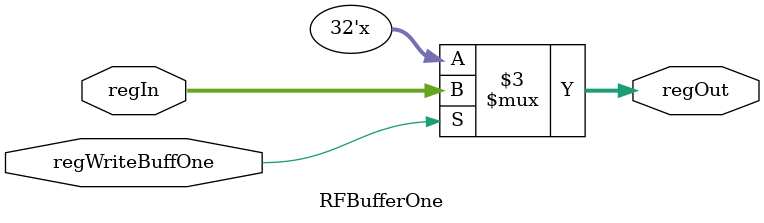
<source format=v>
module RFBufferOne(		
	input wire regWriteBuffOne,
	input wire [31:0] regIn,
	output reg [31:0] regOut
	);
	always @* 
		begin			 
			if (regWriteBuffOne == 1) begin
				regOut <= regIn;

		end	
	end
endmodule
	
</source>
